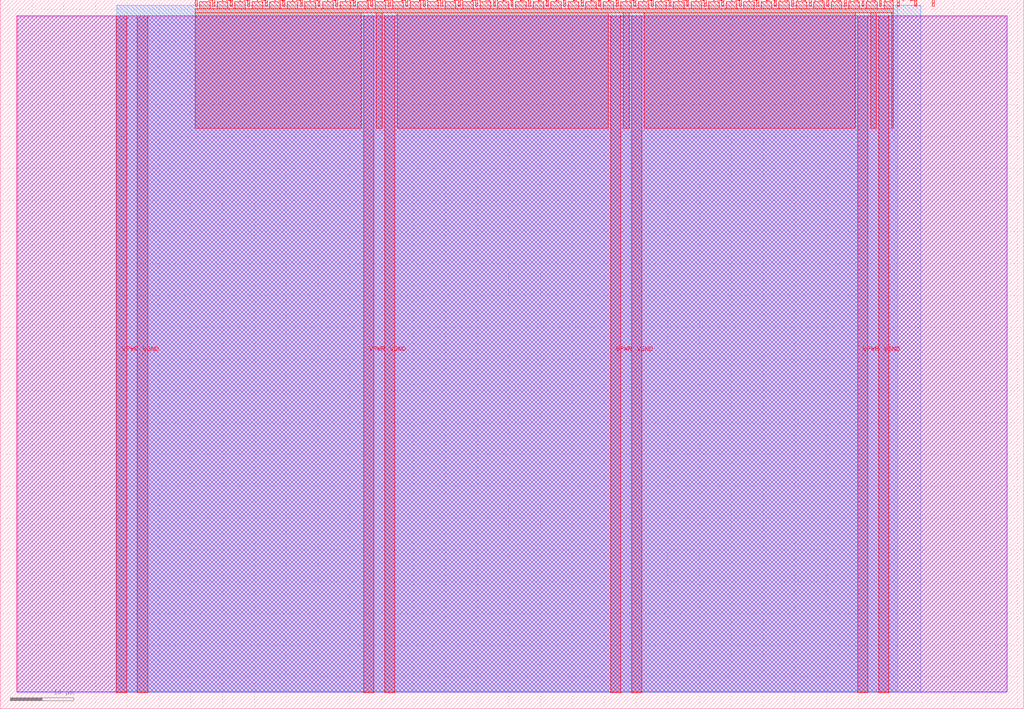
<source format=lef>
VERSION 5.7 ;
  NOWIREEXTENSIONATPIN ON ;
  DIVIDERCHAR "/" ;
  BUSBITCHARS "[]" ;
MACRO tt_um_wallento_4bit_toycpu
  CLASS BLOCK ;
  FOREIGN tt_um_wallento_4bit_toycpu ;
  ORIGIN 0.000 0.000 ;
  SIZE 161.000 BY 111.520 ;
  PIN VGND
    DIRECTION INOUT ;
    USE GROUND ;
    PORT
      LAYER met4 ;
        RECT 21.580 2.480 23.180 109.040 ;
    END
    PORT
      LAYER met4 ;
        RECT 60.450 2.480 62.050 109.040 ;
    END
    PORT
      LAYER met4 ;
        RECT 99.320 2.480 100.920 109.040 ;
    END
    PORT
      LAYER met4 ;
        RECT 138.190 2.480 139.790 109.040 ;
    END
  END VGND
  PIN VPWR
    DIRECTION INOUT ;
    USE POWER ;
    PORT
      LAYER met4 ;
        RECT 18.280 2.480 19.880 109.040 ;
    END
    PORT
      LAYER met4 ;
        RECT 57.150 2.480 58.750 109.040 ;
    END
    PORT
      LAYER met4 ;
        RECT 96.020 2.480 97.620 109.040 ;
    END
    PORT
      LAYER met4 ;
        RECT 134.890 2.480 136.490 109.040 ;
    END
  END VPWR
  PIN clk
    DIRECTION INPUT ;
    USE SIGNAL ;
    PORT
      LAYER met4 ;
        RECT 143.830 110.520 144.130 111.520 ;
    END
  END clk
  PIN ena
    DIRECTION INPUT ;
    USE SIGNAL ;
    PORT
      LAYER met4 ;
        RECT 146.590 110.520 146.890 111.520 ;
    END
  END ena
  PIN rst_n
    DIRECTION INPUT ;
    USE SIGNAL ;
    PORT
      LAYER met4 ;
        RECT 141.070 110.520 141.370 111.520 ;
    END
  END rst_n
  PIN ui_in[0]
    DIRECTION INPUT ;
    USE SIGNAL ;
    ANTENNAGATEAREA 0.852000 ;
    PORT
      LAYER met4 ;
        RECT 138.310 110.520 138.610 111.520 ;
    END
  END ui_in[0]
  PIN ui_in[1]
    DIRECTION INPUT ;
    USE SIGNAL ;
    ANTENNAGATEAREA 0.126000 ;
    PORT
      LAYER met4 ;
        RECT 135.550 110.520 135.850 111.520 ;
    END
  END ui_in[1]
  PIN ui_in[2]
    DIRECTION INPUT ;
    USE SIGNAL ;
    ANTENNAGATEAREA 0.196500 ;
    PORT
      LAYER met4 ;
        RECT 132.790 110.520 133.090 111.520 ;
    END
  END ui_in[2]
  PIN ui_in[3]
    DIRECTION INPUT ;
    USE SIGNAL ;
    ANTENNAGATEAREA 0.196500 ;
    PORT
      LAYER met4 ;
        RECT 130.030 110.520 130.330 111.520 ;
    END
  END ui_in[3]
  PIN ui_in[4]
    DIRECTION INPUT ;
    USE SIGNAL ;
    ANTENNAGATEAREA 0.196500 ;
    PORT
      LAYER met4 ;
        RECT 127.270 110.520 127.570 111.520 ;
    END
  END ui_in[4]
  PIN ui_in[5]
    DIRECTION INPUT ;
    USE SIGNAL ;
    PORT
      LAYER met4 ;
        RECT 124.510 110.520 124.810 111.520 ;
    END
  END ui_in[5]
  PIN ui_in[6]
    DIRECTION INPUT ;
    USE SIGNAL ;
    PORT
      LAYER met4 ;
        RECT 121.750 110.520 122.050 111.520 ;
    END
  END ui_in[6]
  PIN ui_in[7]
    DIRECTION INPUT ;
    USE SIGNAL ;
    PORT
      LAYER met4 ;
        RECT 118.990 110.520 119.290 111.520 ;
    END
  END ui_in[7]
  PIN uio_in[0]
    DIRECTION INPUT ;
    USE SIGNAL ;
    ANTENNAGATEAREA 0.196500 ;
    PORT
      LAYER met4 ;
        RECT 116.230 110.520 116.530 111.520 ;
    END
  END uio_in[0]
  PIN uio_in[1]
    DIRECTION INPUT ;
    USE SIGNAL ;
    ANTENNAGATEAREA 0.196500 ;
    PORT
      LAYER met4 ;
        RECT 113.470 110.520 113.770 111.520 ;
    END
  END uio_in[1]
  PIN uio_in[2]
    DIRECTION INPUT ;
    USE SIGNAL ;
    ANTENNAGATEAREA 0.196500 ;
    PORT
      LAYER met4 ;
        RECT 110.710 110.520 111.010 111.520 ;
    END
  END uio_in[2]
  PIN uio_in[3]
    DIRECTION INPUT ;
    USE SIGNAL ;
    ANTENNAGATEAREA 0.196500 ;
    PORT
      LAYER met4 ;
        RECT 107.950 110.520 108.250 111.520 ;
    END
  END uio_in[3]
  PIN uio_in[4]
    DIRECTION INPUT ;
    USE SIGNAL ;
    ANTENNAGATEAREA 0.196500 ;
    PORT
      LAYER met4 ;
        RECT 105.190 110.520 105.490 111.520 ;
    END
  END uio_in[4]
  PIN uio_in[5]
    DIRECTION INPUT ;
    USE SIGNAL ;
    ANTENNAGATEAREA 0.196500 ;
    PORT
      LAYER met4 ;
        RECT 102.430 110.520 102.730 111.520 ;
    END
  END uio_in[5]
  PIN uio_in[6]
    DIRECTION INPUT ;
    USE SIGNAL ;
    ANTENNAGATEAREA 0.196500 ;
    PORT
      LAYER met4 ;
        RECT 99.670 110.520 99.970 111.520 ;
    END
  END uio_in[6]
  PIN uio_in[7]
    DIRECTION INPUT ;
    USE SIGNAL ;
    ANTENNAGATEAREA 0.196500 ;
    PORT
      LAYER met4 ;
        RECT 96.910 110.520 97.210 111.520 ;
    END
  END uio_in[7]
  PIN uio_oe[0]
    DIRECTION OUTPUT ;
    USE SIGNAL ;
    ANTENNADIFFAREA 0.445500 ;
    PORT
      LAYER met4 ;
        RECT 49.990 110.520 50.290 111.520 ;
    END
  END uio_oe[0]
  PIN uio_oe[1]
    DIRECTION OUTPUT ;
    USE SIGNAL ;
    ANTENNADIFFAREA 0.445500 ;
    PORT
      LAYER met4 ;
        RECT 47.230 110.520 47.530 111.520 ;
    END
  END uio_oe[1]
  PIN uio_oe[2]
    DIRECTION OUTPUT ;
    USE SIGNAL ;
    ANTENNADIFFAREA 0.445500 ;
    PORT
      LAYER met4 ;
        RECT 44.470 110.520 44.770 111.520 ;
    END
  END uio_oe[2]
  PIN uio_oe[3]
    DIRECTION OUTPUT ;
    USE SIGNAL ;
    ANTENNADIFFAREA 0.445500 ;
    PORT
      LAYER met4 ;
        RECT 41.710 110.520 42.010 111.520 ;
    END
  END uio_oe[3]
  PIN uio_oe[4]
    DIRECTION OUTPUT ;
    USE SIGNAL ;
    ANTENNADIFFAREA 0.445500 ;
    PORT
      LAYER met4 ;
        RECT 38.950 110.520 39.250 111.520 ;
    END
  END uio_oe[4]
  PIN uio_oe[5]
    DIRECTION OUTPUT ;
    USE SIGNAL ;
    ANTENNADIFFAREA 0.445500 ;
    PORT
      LAYER met4 ;
        RECT 36.190 110.520 36.490 111.520 ;
    END
  END uio_oe[5]
  PIN uio_oe[6]
    DIRECTION OUTPUT ;
    USE SIGNAL ;
    ANTENNADIFFAREA 0.445500 ;
    PORT
      LAYER met4 ;
        RECT 33.430 110.520 33.730 111.520 ;
    END
  END uio_oe[6]
  PIN uio_oe[7]
    DIRECTION OUTPUT ;
    USE SIGNAL ;
    ANTENNAGATEAREA 1.113000 ;
    ANTENNADIFFAREA 0.924000 ;
    PORT
      LAYER met4 ;
        RECT 30.670 110.520 30.970 111.520 ;
    END
  END uio_oe[7]
  PIN uio_out[0]
    DIRECTION OUTPUT ;
    USE SIGNAL ;
    ANTENNAGATEAREA 1.363500 ;
    ANTENNADIFFAREA 0.891000 ;
    PORT
      LAYER met4 ;
        RECT 72.070 110.520 72.370 111.520 ;
    END
  END uio_out[0]
  PIN uio_out[1]
    DIRECTION OUTPUT ;
    USE SIGNAL ;
    ANTENNAGATEAREA 1.363500 ;
    ANTENNADIFFAREA 0.891000 ;
    PORT
      LAYER met4 ;
        RECT 69.310 110.520 69.610 111.520 ;
    END
  END uio_out[1]
  PIN uio_out[2]
    DIRECTION OUTPUT ;
    USE SIGNAL ;
    ANTENNAGATEAREA 1.242000 ;
    ANTENNADIFFAREA 0.891000 ;
    PORT
      LAYER met4 ;
        RECT 66.550 110.520 66.850 111.520 ;
    END
  END uio_out[2]
  PIN uio_out[3]
    DIRECTION OUTPUT ;
    USE SIGNAL ;
    ANTENNAGATEAREA 1.611000 ;
    ANTENNADIFFAREA 0.891000 ;
    PORT
      LAYER met4 ;
        RECT 63.790 110.520 64.090 111.520 ;
    END
  END uio_out[3]
  PIN uio_out[4]
    DIRECTION OUTPUT ;
    USE SIGNAL ;
    PORT
      LAYER met4 ;
        RECT 61.030 110.520 61.330 111.520 ;
    END
  END uio_out[4]
  PIN uio_out[5]
    DIRECTION OUTPUT ;
    USE SIGNAL ;
    PORT
      LAYER met4 ;
        RECT 58.270 110.520 58.570 111.520 ;
    END
  END uio_out[5]
  PIN uio_out[6]
    DIRECTION OUTPUT ;
    USE SIGNAL ;
    PORT
      LAYER met4 ;
        RECT 55.510 110.520 55.810 111.520 ;
    END
  END uio_out[6]
  PIN uio_out[7]
    DIRECTION OUTPUT ;
    USE SIGNAL ;
    PORT
      LAYER met4 ;
        RECT 52.750 110.520 53.050 111.520 ;
    END
  END uio_out[7]
  PIN uo_out[0]
    DIRECTION OUTPUT ;
    USE SIGNAL ;
    ANTENNADIFFAREA 0.429000 ;
    PORT
      LAYER met4 ;
        RECT 94.150 110.520 94.450 111.520 ;
    END
  END uo_out[0]
  PIN uo_out[1]
    DIRECTION OUTPUT ;
    USE SIGNAL ;
    ANTENNADIFFAREA 0.429000 ;
    PORT
      LAYER met4 ;
        RECT 91.390 110.520 91.690 111.520 ;
    END
  END uo_out[1]
  PIN uo_out[2]
    DIRECTION OUTPUT ;
    USE SIGNAL ;
    ANTENNADIFFAREA 0.429000 ;
    PORT
      LAYER met4 ;
        RECT 88.630 110.520 88.930 111.520 ;
    END
  END uo_out[2]
  PIN uo_out[3]
    DIRECTION OUTPUT ;
    USE SIGNAL ;
    ANTENNADIFFAREA 0.429000 ;
    PORT
      LAYER met4 ;
        RECT 85.870 110.520 86.170 111.520 ;
    END
  END uo_out[3]
  PIN uo_out[4]
    DIRECTION OUTPUT ;
    USE SIGNAL ;
    ANTENNADIFFAREA 0.445500 ;
    PORT
      LAYER met4 ;
        RECT 83.110 110.520 83.410 111.520 ;
    END
  END uo_out[4]
  PIN uo_out[5]
    DIRECTION OUTPUT ;
    USE SIGNAL ;
    ANTENNADIFFAREA 0.795200 ;
    PORT
      LAYER met4 ;
        RECT 80.350 110.520 80.650 111.520 ;
    END
  END uo_out[5]
  PIN uo_out[6]
    DIRECTION OUTPUT ;
    USE SIGNAL ;
    PORT
      LAYER met4 ;
        RECT 77.590 110.520 77.890 111.520 ;
    END
  END uo_out[6]
  PIN uo_out[7]
    DIRECTION OUTPUT ;
    USE SIGNAL ;
    PORT
      LAYER met4 ;
        RECT 74.830 110.520 75.130 111.520 ;
    END
  END uo_out[7]
  OBS
      LAYER nwell ;
        RECT 2.570 2.635 158.430 108.990 ;
      LAYER li1 ;
        RECT 2.760 2.635 158.240 108.885 ;
      LAYER met1 ;
        RECT 2.760 2.480 158.240 109.040 ;
      LAYER met2 ;
        RECT 18.310 2.535 144.800 110.685 ;
      LAYER met3 ;
        RECT 18.290 2.555 141.155 110.665 ;
      LAYER met4 ;
        RECT 31.370 110.120 33.030 111.170 ;
        RECT 34.130 110.120 35.790 111.170 ;
        RECT 36.890 110.120 38.550 111.170 ;
        RECT 39.650 110.120 41.310 111.170 ;
        RECT 42.410 110.120 44.070 111.170 ;
        RECT 45.170 110.120 46.830 111.170 ;
        RECT 47.930 110.120 49.590 111.170 ;
        RECT 50.690 110.120 52.350 111.170 ;
        RECT 53.450 110.120 55.110 111.170 ;
        RECT 56.210 110.120 57.870 111.170 ;
        RECT 58.970 110.120 60.630 111.170 ;
        RECT 61.730 110.120 63.390 111.170 ;
        RECT 64.490 110.120 66.150 111.170 ;
        RECT 67.250 110.120 68.910 111.170 ;
        RECT 70.010 110.120 71.670 111.170 ;
        RECT 72.770 110.120 74.430 111.170 ;
        RECT 75.530 110.120 77.190 111.170 ;
        RECT 78.290 110.120 79.950 111.170 ;
        RECT 81.050 110.120 82.710 111.170 ;
        RECT 83.810 110.120 85.470 111.170 ;
        RECT 86.570 110.120 88.230 111.170 ;
        RECT 89.330 110.120 90.990 111.170 ;
        RECT 92.090 110.120 93.750 111.170 ;
        RECT 94.850 110.120 96.510 111.170 ;
        RECT 97.610 110.120 99.270 111.170 ;
        RECT 100.370 110.120 102.030 111.170 ;
        RECT 103.130 110.120 104.790 111.170 ;
        RECT 105.890 110.120 107.550 111.170 ;
        RECT 108.650 110.120 110.310 111.170 ;
        RECT 111.410 110.120 113.070 111.170 ;
        RECT 114.170 110.120 115.830 111.170 ;
        RECT 116.930 110.120 118.590 111.170 ;
        RECT 119.690 110.120 121.350 111.170 ;
        RECT 122.450 110.120 124.110 111.170 ;
        RECT 125.210 110.120 126.870 111.170 ;
        RECT 127.970 110.120 129.630 111.170 ;
        RECT 130.730 110.120 132.390 111.170 ;
        RECT 133.490 110.120 135.150 111.170 ;
        RECT 136.250 110.120 137.910 111.170 ;
        RECT 139.010 110.120 140.465 111.170 ;
        RECT 30.655 109.440 140.465 110.120 ;
        RECT 30.655 91.295 56.750 109.440 ;
        RECT 59.150 91.295 60.050 109.440 ;
        RECT 62.450 91.295 95.620 109.440 ;
        RECT 98.020 91.295 98.920 109.440 ;
        RECT 101.320 91.295 134.490 109.440 ;
        RECT 136.890 91.295 137.790 109.440 ;
        RECT 140.190 91.295 140.465 109.440 ;
  END
END tt_um_wallento_4bit_toycpu
END LIBRARY


</source>
